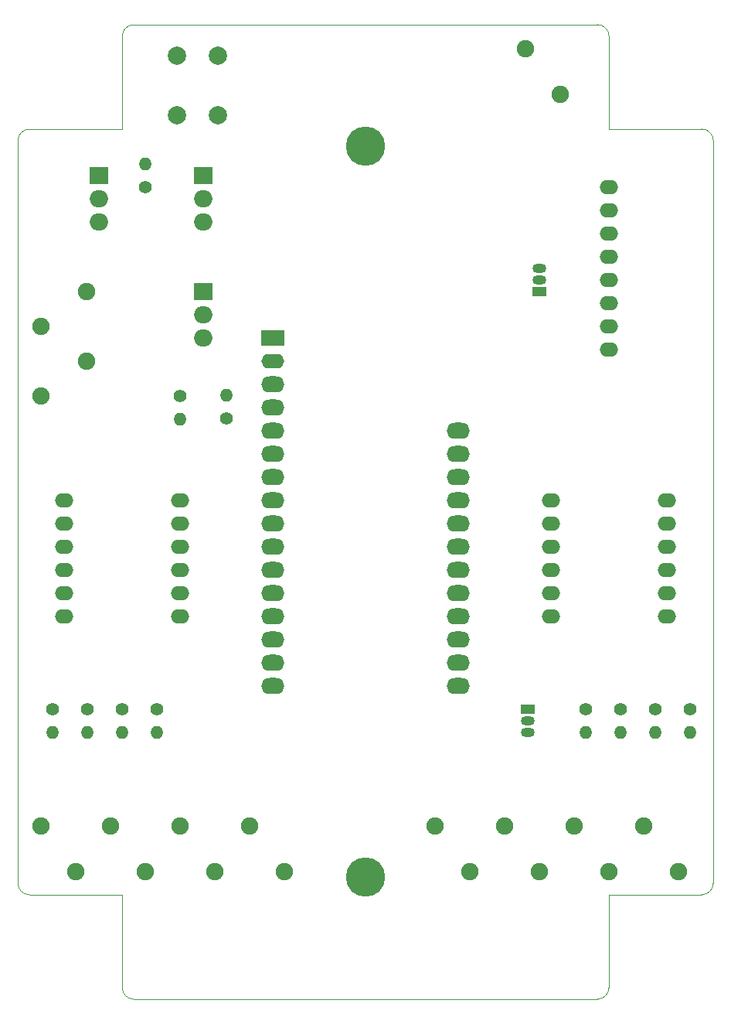
<source format=gbr>
%TF.GenerationSoftware,KiCad,Pcbnew,7.0.1-0*%
%TF.CreationDate,2023-12-13T16:09:33-05:00*%
%TF.ProjectId,Untitled,556e7469-746c-4656-942e-6b696361645f,rev?*%
%TF.SameCoordinates,Original*%
%TF.FileFunction,Soldermask,Top*%
%TF.FilePolarity,Negative*%
%FSLAX46Y46*%
G04 Gerber Fmt 4.6, Leading zero omitted, Abs format (unit mm)*
G04 Created by KiCad (PCBNEW 7.0.1-0) date 2023-12-13 16:09:33*
%MOMM*%
%LPD*%
G01*
G04 APERTURE LIST*
%ADD10C,1.400000*%
%ADD11O,1.400000X1.400000*%
%ADD12C,1.905000*%
%ADD13C,4.300000*%
%ADD14R,1.500000X1.050000*%
%ADD15O,1.500000X1.050000*%
%ADD16R,2.000000X1.905000*%
%ADD17O,2.000000X1.905000*%
%ADD18O,2.032000X1.524000*%
%ADD19R,2.540000X1.778000*%
%ADD20O,2.500000X1.600000*%
%ADD21O,2.540000X1.778000*%
%ADD22C,2.000000*%
%TA.AperFunction,Profile*%
%ADD23C,0.100000*%
%TD*%
G04 APERTURE END LIST*
D10*
%TO.C,R11*%
X63500000Y-67310000D03*
D11*
X63500000Y-64770000D03*
%TD*%
D12*
%TO.C,J2*%
X95250000Y-137240000D03*
X99060000Y-142240000D03*
X102870000Y-137240000D03*
X106680000Y-142240000D03*
X110490000Y-137240000D03*
X114300000Y-142240000D03*
X118110000Y-137240000D03*
X121920000Y-142240000D03*
%TD*%
D10*
%TO.C,R13*%
X72390000Y-92600000D03*
D11*
X72390000Y-90060000D03*
%TD*%
D10*
%TO.C,R6*%
X119380000Y-124460000D03*
D11*
X119380000Y-127000000D03*
%TD*%
D13*
%TO.C,H2*%
X87630000Y-142875000D03*
%TD*%
D14*
%TO.C,U7*%
X105410000Y-124460000D03*
D15*
X105410000Y-125730000D03*
X105410000Y-127000000D03*
%TD*%
D16*
%TO.C,U6*%
X69850000Y-78740000D03*
D17*
X69850000Y-81280000D03*
X69850000Y-83820000D03*
%TD*%
D10*
%TO.C,R5*%
X123190000Y-124460000D03*
D11*
X123190000Y-127000000D03*
%TD*%
D14*
%TO.C,Q3*%
X106680000Y-78740000D03*
D15*
X106680000Y-77470000D03*
X106680000Y-76200000D03*
%TD*%
D10*
%TO.C,R2*%
X60960000Y-124460000D03*
D11*
X60960000Y-127000000D03*
%TD*%
D18*
%TO.C,U2*%
X67310000Y-114300000D03*
X67310000Y-111760000D03*
X67310000Y-109220000D03*
X67310000Y-106680000D03*
X67310000Y-104140000D03*
X67310000Y-101600000D03*
X54610000Y-101600000D03*
X54610000Y-104140000D03*
X54610000Y-106680000D03*
X54610000Y-109220000D03*
X54610000Y-111760000D03*
X54610000Y-114300000D03*
%TD*%
D10*
%TO.C,R3*%
X57150000Y-124460000D03*
D11*
X57150000Y-127000000D03*
%TD*%
D16*
%TO.C,Q1*%
X58420000Y-66040000D03*
D17*
X58420000Y-68580000D03*
X58420000Y-71120000D03*
%TD*%
D18*
%TO.C,U3*%
X120650000Y-114300000D03*
X120650000Y-111760000D03*
X120650000Y-109220000D03*
X120650000Y-106680000D03*
X120650000Y-104140000D03*
X120650000Y-101600000D03*
X107950000Y-101600000D03*
X107950000Y-104140000D03*
X107950000Y-106680000D03*
X107950000Y-109220000D03*
X107950000Y-111760000D03*
X107950000Y-114300000D03*
%TD*%
D19*
%TO.C,A1*%
X77470000Y-83820000D03*
D20*
X77470000Y-86360000D03*
D21*
X77470000Y-88900000D03*
X77470000Y-91440000D03*
X77470000Y-93980000D03*
X77470000Y-96520000D03*
X77470000Y-99060000D03*
X77470000Y-101600000D03*
X77470000Y-104140000D03*
X77470000Y-106680000D03*
X77470000Y-109220000D03*
X77470000Y-111760000D03*
X77470000Y-114300000D03*
X77470000Y-116840000D03*
X77470000Y-119380000D03*
X77470000Y-121920000D03*
X97790000Y-121920000D03*
X97790000Y-119380000D03*
X97790000Y-116840000D03*
X97790000Y-114300000D03*
X97790000Y-111760000D03*
X97790000Y-109220000D03*
X97790000Y-106680000D03*
X97790000Y-104140000D03*
X97790000Y-101600000D03*
X97790000Y-99060000D03*
X97790000Y-96520000D03*
X97790000Y-93980000D03*
%TD*%
D22*
%TO.C,SW1*%
X66929000Y-59436000D03*
X66929000Y-52936000D03*
X71429000Y-59436000D03*
X71429000Y-52936000D03*
%TD*%
D10*
%TO.C,R4*%
X53340000Y-124460000D03*
D11*
X53340000Y-127000000D03*
%TD*%
D12*
%TO.C,J1*%
X52070000Y-137240000D03*
X55880000Y-142240000D03*
X59690000Y-137240000D03*
X63500000Y-142240000D03*
X67310000Y-137240000D03*
X71120000Y-142240000D03*
X74930000Y-137240000D03*
X78740000Y-142240000D03*
%TD*%
%TO.C,J6*%
X57070000Y-78740000D03*
X52070000Y-82550000D03*
X57070000Y-86360000D03*
X52070000Y-90170000D03*
%TD*%
D16*
%TO.C,Q2*%
X69850000Y-66040000D03*
D17*
X69850000Y-68580000D03*
X69850000Y-71120000D03*
%TD*%
D10*
%TO.C,R1*%
X64770000Y-124460000D03*
D11*
X64770000Y-127000000D03*
%TD*%
D18*
%TO.C,U4*%
X114300000Y-67310000D03*
X114300000Y-69850000D03*
X114300000Y-72390000D03*
X114300000Y-74930000D03*
X114300000Y-77470000D03*
X114300000Y-80010000D03*
X114300000Y-82550000D03*
X114300000Y-85090000D03*
%TD*%
D10*
%TO.C,R7*%
X115570000Y-124460000D03*
D11*
X115570000Y-127000000D03*
%TD*%
D10*
%TO.C,R8*%
X111760000Y-124460000D03*
D11*
X111760000Y-127000000D03*
%TD*%
D12*
%TO.C,J4*%
X108950000Y-57125000D03*
X105140000Y-52125000D03*
%TD*%
D13*
%TO.C,H1*%
X87630000Y-62865000D03*
%TD*%
D10*
%TO.C,R12*%
X67310000Y-90170000D03*
D11*
X67310000Y-92710000D03*
%TD*%
D23*
X49530000Y-62230000D02*
X49530000Y-143510000D01*
X50800000Y-144780000D02*
X60960000Y-144780000D01*
X50800000Y-60960000D02*
G75*
G03*
X49530000Y-62230000I0J-1270000D01*
G01*
X114300000Y-144780000D02*
X114300000Y-154940000D01*
X49530000Y-143510000D02*
G75*
G03*
X50800000Y-144780000I1270000J0D01*
G01*
X114300000Y-60960000D02*
X114300000Y-50800000D01*
X62230000Y-156210000D02*
X113030000Y-156210000D01*
X113030000Y-49530000D02*
X62230000Y-49530000D01*
X60960000Y-60960000D02*
X50800000Y-60960000D01*
X124460000Y-60960000D02*
X114300000Y-60960000D01*
X114300000Y-50800000D02*
G75*
G03*
X113030000Y-49530000I-1270000J0D01*
G01*
X60960000Y-60960000D02*
X60960000Y-50800000D01*
X124460000Y-144780000D02*
X114300000Y-144780000D01*
X62230000Y-49530000D02*
G75*
G03*
X60960000Y-50800000I0J-1270000D01*
G01*
X60960000Y-144780000D02*
X60960000Y-154940000D01*
X113030000Y-156210000D02*
G75*
G03*
X114300000Y-154940000I0J1270000D01*
G01*
X125730000Y-62230000D02*
G75*
G03*
X124460000Y-60960000I-1270000J0D01*
G01*
X125730000Y-143510000D02*
X125730000Y-62230000D01*
X124460000Y-144780000D02*
G75*
G03*
X125730000Y-143510000I0J1270000D01*
G01*
X60960000Y-154940000D02*
G75*
G03*
X62230000Y-156210000I1270000J0D01*
G01*
M02*

</source>
